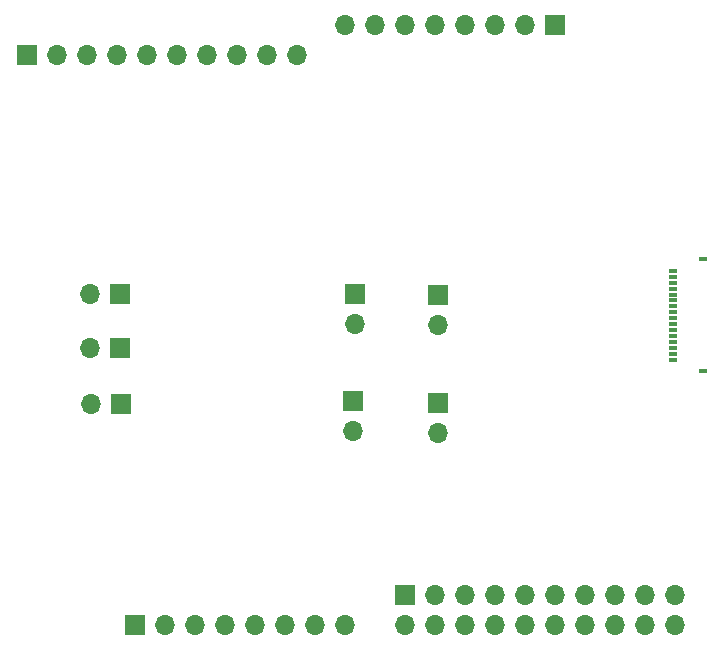
<source format=gts>
G04 #@! TF.GenerationSoftware,KiCad,Pcbnew,(5.1.10)-1*
G04 #@! TF.CreationDate,2022-01-31T14:32:23+01:00*
G04 #@! TF.ProjectId,psoc_shield,70736f63-5f73-4686-9965-6c642e6b6963,rev?*
G04 #@! TF.SameCoordinates,Original*
G04 #@! TF.FileFunction,Soldermask,Top*
G04 #@! TF.FilePolarity,Negative*
%FSLAX46Y46*%
G04 Gerber Fmt 4.6, Leading zero omitted, Abs format (unit mm)*
G04 Created by KiCad (PCBNEW (5.1.10)-1) date 2022-01-31 14:32:23*
%MOMM*%
%LPD*%
G01*
G04 APERTURE LIST*
%ADD10O,1.700000X1.700000*%
%ADD11R,1.700000X1.700000*%
%ADD12R,0.800000X0.300000*%
%ADD13R,0.800000X0.400000*%
G04 APERTURE END LIST*
D10*
X143800000Y-109700000D03*
D11*
X143800000Y-107160000D03*
D10*
X143800000Y-100540000D03*
D11*
X143800000Y-98000000D03*
D10*
X136600000Y-109500000D03*
D11*
X136600000Y-106960000D03*
D10*
X136700000Y-100440000D03*
D11*
X136700000Y-97900000D03*
D12*
X163700000Y-103450000D03*
X163700000Y-102950000D03*
X163700000Y-102450000D03*
X163700000Y-101950000D03*
X163700000Y-101450000D03*
X163700000Y-100950000D03*
X163700000Y-100450000D03*
X163700000Y-99950000D03*
X163700000Y-99450000D03*
X163700000Y-98950000D03*
X163700000Y-98450000D03*
X163700000Y-97950000D03*
X163700000Y-97450000D03*
X163700000Y-96950000D03*
X163700000Y-96450000D03*
X163700000Y-95950000D03*
D13*
X166200000Y-104450000D03*
X166200000Y-94950000D03*
D10*
X114360000Y-107200000D03*
D11*
X116900000Y-107200000D03*
D10*
X114310000Y-102500000D03*
D11*
X116850000Y-102500000D03*
D10*
X114310000Y-97900000D03*
D11*
X116850000Y-97900000D03*
D10*
X135920000Y-75157400D03*
X138460000Y-75157400D03*
X141000000Y-75157400D03*
X143540000Y-75157400D03*
X146080000Y-75157400D03*
X148620000Y-75157400D03*
X151160000Y-75157400D03*
D11*
X153700000Y-75157400D03*
X108996000Y-77705000D03*
D10*
X111536000Y-77705000D03*
X114076000Y-77705000D03*
X116616000Y-77705000D03*
X119156000Y-77705000D03*
X121696000Y-77705000D03*
X124236000Y-77705000D03*
X126776000Y-77705000D03*
X129316000Y-77705000D03*
X131856000Y-77705000D03*
D11*
X118140000Y-125965000D03*
D10*
X120680000Y-125965000D03*
X123220000Y-125965000D03*
X125760000Y-125965000D03*
X128300000Y-125965000D03*
X130840000Y-125965000D03*
X133380000Y-125965000D03*
X135920000Y-125965000D03*
X163860000Y-125965000D03*
X163860000Y-123425000D03*
X161320000Y-125965000D03*
X161320000Y-123425000D03*
X158780000Y-125965000D03*
X158780000Y-123425000D03*
X156240000Y-125965000D03*
X156240000Y-123425000D03*
X153700000Y-125965000D03*
X153700000Y-123425000D03*
X151160000Y-125965000D03*
X151160000Y-123425000D03*
X148620000Y-125965000D03*
X148620000Y-123425000D03*
X146080000Y-125965000D03*
X146080000Y-123425000D03*
X143540000Y-125965000D03*
X143540000Y-123425000D03*
X141000000Y-125965000D03*
D11*
X141000000Y-123425000D03*
M02*

</source>
